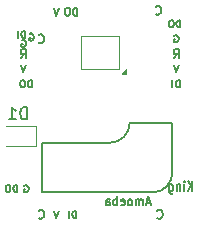
<source format=gbo>
G04 #@! TF.GenerationSoftware,KiCad,Pcbnew,5.1.5*
G04 #@! TF.CreationDate,2020-05-19T10:20:19+02:00*
G04 #@! TF.ProjectId,amoeba-king,616d6f65-6261-42d6-9b69-6e672e6b6963,rev?*
G04 #@! TF.SameCoordinates,Original*
G04 #@! TF.FileFunction,Legend,Bot*
G04 #@! TF.FilePolarity,Positive*
%FSLAX46Y46*%
G04 Gerber Fmt 4.6, Leading zero omitted, Abs format (unit mm)*
G04 Created by KiCad (PCBNEW 5.1.5) date 2020-05-19 10:20:19*
%MOMM*%
%LPD*%
G04 APERTURE LIST*
%ADD10C,0.152400*%
%ADD11C,0.150000*%
%ADD12C,0.158750*%
%ADD13C,0.100000*%
%ADD14C,0.120000*%
G04 APERTURE END LIST*
D10*
X68826742Y-162509200D02*
X68884800Y-162480171D01*
X68971885Y-162480171D01*
X69058971Y-162509200D01*
X69117028Y-162567257D01*
X69146057Y-162625314D01*
X69175085Y-162741428D01*
X69175085Y-162828514D01*
X69146057Y-162944628D01*
X69117028Y-163002685D01*
X69058971Y-163060742D01*
X68971885Y-163089771D01*
X68913828Y-163089771D01*
X68826742Y-163060742D01*
X68797714Y-163031714D01*
X68797714Y-162828514D01*
X68913828Y-162828514D01*
X69138800Y-162327771D02*
X69138800Y-161718171D01*
X68993657Y-161718171D01*
X68906571Y-161747200D01*
X68848514Y-161805257D01*
X68819485Y-161863314D01*
X68790457Y-161979428D01*
X68790457Y-162066514D01*
X68819485Y-162182628D01*
X68848514Y-162240685D01*
X68906571Y-162298742D01*
X68993657Y-162327771D01*
X69138800Y-162327771D01*
X68529200Y-162327771D02*
X68529200Y-161718171D01*
D11*
X80155142Y-160292142D02*
X80191428Y-160328428D01*
X80300285Y-160364714D01*
X80372857Y-160364714D01*
X80481714Y-160328428D01*
X80554285Y-160255857D01*
X80590571Y-160183285D01*
X80626857Y-160038142D01*
X80626857Y-159929285D01*
X80590571Y-159784142D01*
X80554285Y-159711571D01*
X80481714Y-159639000D01*
X80372857Y-159602714D01*
X80300285Y-159602714D01*
X80191428Y-159639000D01*
X80155142Y-159675285D01*
X80282142Y-177564142D02*
X80318428Y-177600428D01*
X80427285Y-177636714D01*
X80499857Y-177636714D01*
X80608714Y-177600428D01*
X80681285Y-177527857D01*
X80717571Y-177455285D01*
X80753857Y-177310142D01*
X80753857Y-177201285D01*
X80717571Y-177056142D01*
X80681285Y-176983571D01*
X80608714Y-176911000D01*
X80499857Y-176874714D01*
X80427285Y-176874714D01*
X80318428Y-176911000D01*
X80282142Y-176947285D01*
D10*
X68449371Y-175383371D02*
X68449371Y-174773771D01*
X68304228Y-174773771D01*
X68217142Y-174802800D01*
X68159085Y-174860857D01*
X68130057Y-174918914D01*
X68101028Y-175035028D01*
X68101028Y-175122114D01*
X68130057Y-175238228D01*
X68159085Y-175296285D01*
X68217142Y-175354342D01*
X68304228Y-175383371D01*
X68449371Y-175383371D01*
X67723657Y-174773771D02*
X67607542Y-174773771D01*
X67549485Y-174802800D01*
X67491428Y-174860857D01*
X67462400Y-174976971D01*
X67462400Y-175180171D01*
X67491428Y-175296285D01*
X67549485Y-175354342D01*
X67607542Y-175383371D01*
X67723657Y-175383371D01*
X67781714Y-175354342D01*
X67839771Y-175296285D01*
X67868800Y-175180171D01*
X67868800Y-174976971D01*
X67839771Y-174860857D01*
X67781714Y-174802800D01*
X67723657Y-174773771D01*
X69055342Y-174828200D02*
X69113400Y-174799171D01*
X69200485Y-174799171D01*
X69287571Y-174828200D01*
X69345628Y-174886257D01*
X69374657Y-174944314D01*
X69403685Y-175060428D01*
X69403685Y-175147514D01*
X69374657Y-175263628D01*
X69345628Y-175321685D01*
X69287571Y-175379742D01*
X69200485Y-175408771D01*
X69142428Y-175408771D01*
X69055342Y-175379742D01*
X69026314Y-175350714D01*
X69026314Y-175147514D01*
X69142428Y-175147514D01*
D11*
X70249142Y-177564142D02*
X70285428Y-177600428D01*
X70394285Y-177636714D01*
X70466857Y-177636714D01*
X70575714Y-177600428D01*
X70648285Y-177527857D01*
X70684571Y-177455285D01*
X70720857Y-177310142D01*
X70720857Y-177201285D01*
X70684571Y-177056142D01*
X70648285Y-176983571D01*
X70575714Y-176911000D01*
X70466857Y-176874714D01*
X70394285Y-176874714D01*
X70285428Y-176911000D01*
X70249142Y-176947285D01*
D10*
X71958200Y-176958171D02*
X71755000Y-177567771D01*
X71551800Y-176958171D01*
X73456800Y-177567771D02*
X73456800Y-176958171D01*
X73311657Y-176958171D01*
X73224571Y-176987200D01*
X73166514Y-177045257D01*
X73137485Y-177103314D01*
X73108457Y-177219428D01*
X73108457Y-177306514D01*
X73137485Y-177422628D01*
X73166514Y-177480685D01*
X73224571Y-177538742D01*
X73311657Y-177567771D01*
X73456800Y-177567771D01*
X72847200Y-177567771D02*
X72847200Y-176958171D01*
D12*
X73523928Y-160434261D02*
X73523928Y-159799261D01*
X73372738Y-159799261D01*
X73282023Y-159829500D01*
X73221547Y-159889976D01*
X73191309Y-159950452D01*
X73161071Y-160071404D01*
X73161071Y-160162119D01*
X73191309Y-160283071D01*
X73221547Y-160343547D01*
X73282023Y-160404023D01*
X73372738Y-160434261D01*
X73523928Y-160434261D01*
X72767976Y-159799261D02*
X72647023Y-159799261D01*
X72586547Y-159829500D01*
X72526071Y-159889976D01*
X72495833Y-160010928D01*
X72495833Y-160222595D01*
X72526071Y-160343547D01*
X72586547Y-160404023D01*
X72647023Y-160434261D01*
X72767976Y-160434261D01*
X72828452Y-160404023D01*
X72888928Y-160343547D01*
X72919166Y-160222595D01*
X72919166Y-160010928D01*
X72888928Y-159889976D01*
X72828452Y-159829500D01*
X72767976Y-159799261D01*
X71966666Y-159799261D02*
X71755000Y-160434261D01*
X71543333Y-159799261D01*
D11*
X70249142Y-162705142D02*
X70285428Y-162741428D01*
X70394285Y-162777714D01*
X70466857Y-162777714D01*
X70575714Y-162741428D01*
X70648285Y-162668857D01*
X70684571Y-162596285D01*
X70720857Y-162451142D01*
X70720857Y-162342285D01*
X70684571Y-162197142D01*
X70648285Y-162124571D01*
X70575714Y-162052000D01*
X70466857Y-162015714D01*
X70394285Y-162015714D01*
X70285428Y-162052000D01*
X70249142Y-162088285D01*
D10*
X69487142Y-161975800D02*
X69545200Y-161946771D01*
X69632285Y-161946771D01*
X69719371Y-161975800D01*
X69777428Y-162033857D01*
X69806457Y-162091914D01*
X69835485Y-162208028D01*
X69835485Y-162295114D01*
X69806457Y-162411228D01*
X69777428Y-162469285D01*
X69719371Y-162527342D01*
X69632285Y-162556371D01*
X69574228Y-162556371D01*
X69487142Y-162527342D01*
X69458114Y-162498314D01*
X69458114Y-162295114D01*
X69574228Y-162295114D01*
D11*
X68725142Y-164047714D02*
X68979142Y-163684857D01*
X69160571Y-164047714D02*
X69160571Y-163285714D01*
X68870285Y-163285714D01*
X68797714Y-163322000D01*
X68761428Y-163358285D01*
X68725142Y-163430857D01*
X68725142Y-163539714D01*
X68761428Y-163612285D01*
X68797714Y-163648571D01*
X68870285Y-163684857D01*
X69160571Y-163684857D01*
D10*
X69164200Y-164639171D02*
X68961000Y-165248771D01*
X68757800Y-164639171D01*
X69693971Y-166518771D02*
X69693971Y-165909171D01*
X69548828Y-165909171D01*
X69461742Y-165938200D01*
X69403685Y-165996257D01*
X69374657Y-166054314D01*
X69345628Y-166170428D01*
X69345628Y-166257514D01*
X69374657Y-166373628D01*
X69403685Y-166431685D01*
X69461742Y-166489742D01*
X69548828Y-166518771D01*
X69693971Y-166518771D01*
X68968257Y-165909171D02*
X68852142Y-165909171D01*
X68794085Y-165938200D01*
X68736028Y-165996257D01*
X68707000Y-166112371D01*
X68707000Y-166315571D01*
X68736028Y-166431685D01*
X68794085Y-166489742D01*
X68852142Y-166518771D01*
X68968257Y-166518771D01*
X69026314Y-166489742D01*
X69084371Y-166431685D01*
X69113400Y-166315571D01*
X69113400Y-166112371D01*
X69084371Y-165996257D01*
X69026314Y-165938200D01*
X68968257Y-165909171D01*
X82266971Y-161438771D02*
X82266971Y-160829171D01*
X82121828Y-160829171D01*
X82034742Y-160858200D01*
X81976685Y-160916257D01*
X81947657Y-160974314D01*
X81918628Y-161090428D01*
X81918628Y-161177514D01*
X81947657Y-161293628D01*
X81976685Y-161351685D01*
X82034742Y-161409742D01*
X82121828Y-161438771D01*
X82266971Y-161438771D01*
X81541257Y-160829171D02*
X81425142Y-160829171D01*
X81367085Y-160858200D01*
X81309028Y-160916257D01*
X81280000Y-161032371D01*
X81280000Y-161235571D01*
X81309028Y-161351685D01*
X81367085Y-161409742D01*
X81425142Y-161438771D01*
X81541257Y-161438771D01*
X81599314Y-161409742D01*
X81657371Y-161351685D01*
X81686400Y-161235571D01*
X81686400Y-161032371D01*
X81657371Y-160916257D01*
X81599314Y-160858200D01*
X81541257Y-160829171D01*
X81755342Y-162128200D02*
X81813400Y-162099171D01*
X81900485Y-162099171D01*
X81987571Y-162128200D01*
X82045628Y-162186257D01*
X82074657Y-162244314D01*
X82103685Y-162360428D01*
X82103685Y-162447514D01*
X82074657Y-162563628D01*
X82045628Y-162621685D01*
X81987571Y-162679742D01*
X81900485Y-162708771D01*
X81842428Y-162708771D01*
X81755342Y-162679742D01*
X81726314Y-162650714D01*
X81726314Y-162447514D01*
X81842428Y-162447514D01*
D11*
X81679142Y-164047714D02*
X81933142Y-163684857D01*
X82114571Y-164047714D02*
X82114571Y-163285714D01*
X81824285Y-163285714D01*
X81751714Y-163322000D01*
X81715428Y-163358285D01*
X81679142Y-163430857D01*
X81679142Y-163539714D01*
X81715428Y-163612285D01*
X81751714Y-163648571D01*
X81824285Y-163684857D01*
X82114571Y-163684857D01*
D10*
X82118200Y-164639171D02*
X81915000Y-165248771D01*
X81711800Y-164639171D01*
X82194400Y-166518771D02*
X82194400Y-165909171D01*
X82049257Y-165909171D01*
X81962171Y-165938200D01*
X81904114Y-165996257D01*
X81875085Y-166054314D01*
X81846057Y-166170428D01*
X81846057Y-166257514D01*
X81875085Y-166373628D01*
X81904114Y-166431685D01*
X81962171Y-166489742D01*
X82049257Y-166518771D01*
X82194400Y-166518771D01*
X81584800Y-166518771D02*
X81584800Y-165909171D01*
D11*
X79714900Y-176282333D02*
X79381566Y-176282333D01*
X79781566Y-176510904D02*
X79548233Y-175710904D01*
X79314900Y-176510904D01*
X79081566Y-176510904D02*
X79081566Y-175977571D01*
X79081566Y-176053761D02*
X79048233Y-176015666D01*
X78981566Y-175977571D01*
X78881566Y-175977571D01*
X78814900Y-176015666D01*
X78781566Y-176091857D01*
X78781566Y-176510904D01*
X78781566Y-176091857D02*
X78748233Y-176015666D01*
X78681566Y-175977571D01*
X78581566Y-175977571D01*
X78514900Y-176015666D01*
X78481566Y-176091857D01*
X78481566Y-176510904D01*
X78048233Y-176510904D02*
X78114900Y-176472809D01*
X78148233Y-176434714D01*
X78181566Y-176358523D01*
X78181566Y-176129952D01*
X78148233Y-176053761D01*
X78114900Y-176015666D01*
X78048233Y-175977571D01*
X77948233Y-175977571D01*
X77881566Y-176015666D01*
X77848233Y-176053761D01*
X77814900Y-176129952D01*
X77814900Y-176358523D01*
X77848233Y-176434714D01*
X77881566Y-176472809D01*
X77948233Y-176510904D01*
X78048233Y-176510904D01*
X77248233Y-176472809D02*
X77314900Y-176510904D01*
X77448233Y-176510904D01*
X77514900Y-176472809D01*
X77548233Y-176396619D01*
X77548233Y-176091857D01*
X77514900Y-176015666D01*
X77448233Y-175977571D01*
X77314900Y-175977571D01*
X77248233Y-176015666D01*
X77214900Y-176091857D01*
X77214900Y-176168047D01*
X77548233Y-176244238D01*
X76914900Y-176510904D02*
X76914900Y-175710904D01*
X76914900Y-176015666D02*
X76848233Y-175977571D01*
X76714900Y-175977571D01*
X76648233Y-176015666D01*
X76614900Y-176053761D01*
X76581566Y-176129952D01*
X76581566Y-176358523D01*
X76614900Y-176434714D01*
X76648233Y-176472809D01*
X76714900Y-176510904D01*
X76848233Y-176510904D01*
X76914900Y-176472809D01*
X75981566Y-176510904D02*
X75981566Y-176091857D01*
X76014900Y-176015666D01*
X76081566Y-175977571D01*
X76214900Y-175977571D01*
X76281566Y-176015666D01*
X75981566Y-176472809D02*
X76048233Y-176510904D01*
X76214900Y-176510904D01*
X76281566Y-176472809D01*
X76314900Y-176396619D01*
X76314900Y-176320428D01*
X76281566Y-176244238D01*
X76214900Y-176206142D01*
X76048233Y-176206142D01*
X75981566Y-176168047D01*
X83279333Y-175266304D02*
X83279333Y-174466304D01*
X82879333Y-175266304D02*
X83179333Y-174809161D01*
X82879333Y-174466304D02*
X83279333Y-174923447D01*
X82579333Y-175266304D02*
X82579333Y-174732971D01*
X82579333Y-174466304D02*
X82612666Y-174504400D01*
X82579333Y-174542495D01*
X82546000Y-174504400D01*
X82579333Y-174466304D01*
X82579333Y-174542495D01*
X82246000Y-174732971D02*
X82246000Y-175266304D01*
X82246000Y-174809161D02*
X82212666Y-174771066D01*
X82146000Y-174732971D01*
X82046000Y-174732971D01*
X81979333Y-174771066D01*
X81946000Y-174847257D01*
X81946000Y-175266304D01*
X81312666Y-174732971D02*
X81312666Y-175380590D01*
X81346000Y-175456780D01*
X81379333Y-175494876D01*
X81446000Y-175532971D01*
X81546000Y-175532971D01*
X81612666Y-175494876D01*
X81312666Y-175228209D02*
X81379333Y-175266304D01*
X81512666Y-175266304D01*
X81579333Y-175228209D01*
X81612666Y-175190114D01*
X81646000Y-175113923D01*
X81646000Y-174885352D01*
X81612666Y-174809161D01*
X81579333Y-174771066D01*
X81512666Y-174732971D01*
X81379333Y-174732971D01*
X81312666Y-174771066D01*
D13*
G36*
X77696060Y-165340030D02*
G01*
X77315060Y-165340030D01*
X77696060Y-164959030D01*
X77696060Y-165340030D01*
G37*
X77696060Y-165340030D02*
X77315060Y-165340030D01*
X77696060Y-164959030D01*
X77696060Y-165340030D01*
D11*
X76303000Y-171196000D02*
X70573000Y-171196000D01*
X77978000Y-169521000D02*
G75*
G02X76303000Y-171196000I-1675000J0D01*
G01*
X81573000Y-173736000D02*
G75*
G02X79898000Y-175411000I-1675000J0D01*
G01*
X79898000Y-175411000D02*
X70573000Y-175411000D01*
X70573000Y-175406000D02*
X70573000Y-171196000D01*
X81573000Y-173736000D02*
X81573000Y-169521000D01*
X81573000Y-169521000D02*
X77978000Y-169521000D01*
D14*
X70029200Y-169761800D02*
X67479200Y-169761800D01*
X70029200Y-171461800D02*
X67479200Y-171461800D01*
X70029200Y-169761800D02*
X70029200Y-171461800D01*
X77038000Y-162176000D02*
X73838000Y-162176000D01*
X73838000Y-162176000D02*
X73838000Y-164976000D01*
X73838000Y-164976000D02*
X77038000Y-164976000D01*
X77038000Y-164976000D02*
X77038000Y-162176000D01*
D11*
X69267295Y-169214180D02*
X69267295Y-168214180D01*
X69029200Y-168214180D01*
X68886342Y-168261800D01*
X68791104Y-168357038D01*
X68743485Y-168452276D01*
X68695866Y-168642752D01*
X68695866Y-168785609D01*
X68743485Y-168976085D01*
X68791104Y-169071323D01*
X68886342Y-169166561D01*
X69029200Y-169214180D01*
X69267295Y-169214180D01*
X67743485Y-169214180D02*
X68314914Y-169214180D01*
X68029200Y-169214180D02*
X68029200Y-168214180D01*
X68124438Y-168357038D01*
X68219676Y-168452276D01*
X68314914Y-168499895D01*
M02*

</source>
